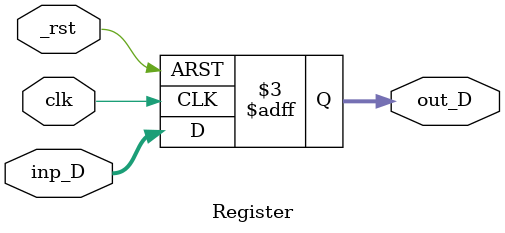
<source format=v>
`timescale 1ns / 1ps

module Register(_rst,clk,inp_D,out_D);
    input [31:0] inp_D;
    input _rst,clk;
    output reg [31:0] out_D;
    always @(negedge _rst or posedge clk)
    begin
        if(~_rst) begin
            out_D<=0;
        end
        else begin
            out_D<=inp_D;
        end
    end
endmodule

</source>
